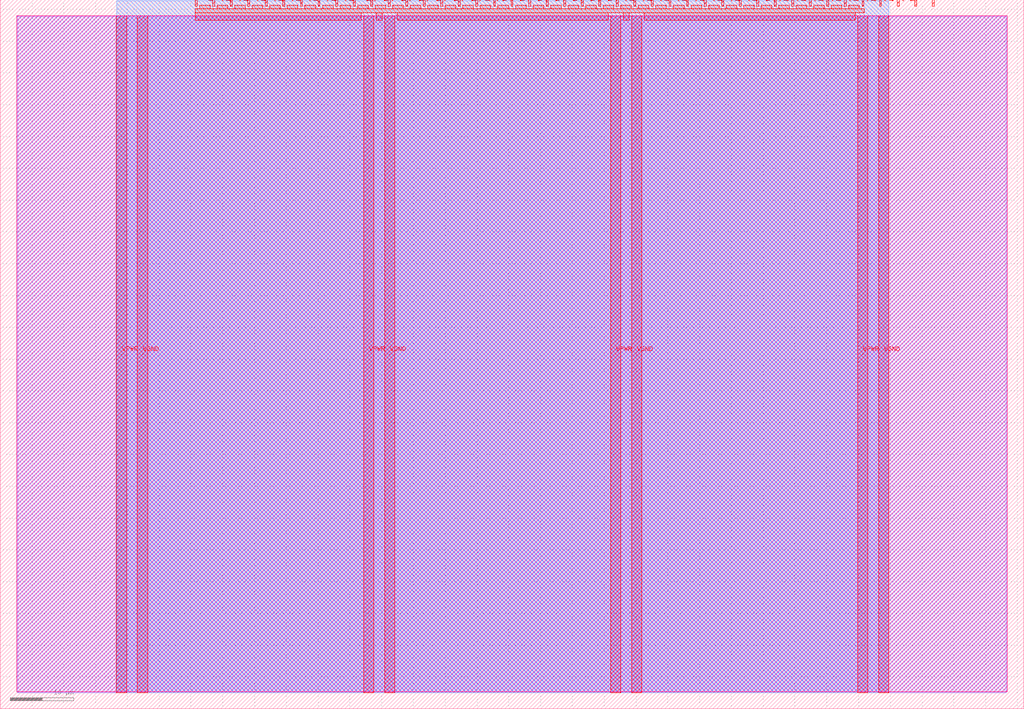
<source format=lef>
VERSION 5.7 ;
  NOWIREEXTENSIONATPIN ON ;
  DIVIDERCHAR "/" ;
  BUSBITCHARS "[]" ;
MACRO tt_um_wokwi_457142813149930497
  CLASS BLOCK ;
  FOREIGN tt_um_wokwi_457142813149930497 ;
  ORIGIN 0.000 0.000 ;
  SIZE 161.000 BY 111.520 ;
  PIN VGND
    DIRECTION INOUT ;
    USE GROUND ;
    PORT
      LAYER met4 ;
        RECT 21.580 2.480 23.180 109.040 ;
    END
    PORT
      LAYER met4 ;
        RECT 60.450 2.480 62.050 109.040 ;
    END
    PORT
      LAYER met4 ;
        RECT 99.320 2.480 100.920 109.040 ;
    END
    PORT
      LAYER met4 ;
        RECT 138.190 2.480 139.790 109.040 ;
    END
  END VGND
  PIN VPWR
    DIRECTION INOUT ;
    USE POWER ;
    PORT
      LAYER met4 ;
        RECT 18.280 2.480 19.880 109.040 ;
    END
    PORT
      LAYER met4 ;
        RECT 57.150 2.480 58.750 109.040 ;
    END
    PORT
      LAYER met4 ;
        RECT 96.020 2.480 97.620 109.040 ;
    END
    PORT
      LAYER met4 ;
        RECT 134.890 2.480 136.490 109.040 ;
    END
  END VPWR
  PIN clk
    DIRECTION INPUT ;
    USE SIGNAL ;
    PORT
      LAYER met4 ;
        RECT 143.830 110.520 144.130 111.520 ;
    END
  END clk
  PIN ena
    DIRECTION INPUT ;
    USE SIGNAL ;
    PORT
      LAYER met4 ;
        RECT 146.590 110.520 146.890 111.520 ;
    END
  END ena
  PIN rst_n
    DIRECTION INPUT ;
    USE SIGNAL ;
    PORT
      LAYER met4 ;
        RECT 141.070 110.520 141.370 111.520 ;
    END
  END rst_n
  PIN ui_in[0]
    DIRECTION INPUT ;
    USE SIGNAL ;
    PORT
      LAYER met4 ;
        RECT 138.310 110.520 138.610 111.520 ;
    END
  END ui_in[0]
  PIN ui_in[1]
    DIRECTION INPUT ;
    USE SIGNAL ;
    ANTENNAGATEAREA 0.213000 ;
    PORT
      LAYER met4 ;
        RECT 135.550 110.520 135.850 111.520 ;
    END
  END ui_in[1]
  PIN ui_in[2]
    DIRECTION INPUT ;
    USE SIGNAL ;
    ANTENNAGATEAREA 0.213000 ;
    PORT
      LAYER met4 ;
        RECT 132.790 110.520 133.090 111.520 ;
    END
  END ui_in[2]
  PIN ui_in[3]
    DIRECTION INPUT ;
    USE SIGNAL ;
    PORT
      LAYER met4 ;
        RECT 130.030 110.520 130.330 111.520 ;
    END
  END ui_in[3]
  PIN ui_in[4]
    DIRECTION INPUT ;
    USE SIGNAL ;
    ANTENNAGATEAREA 0.159000 ;
    PORT
      LAYER met4 ;
        RECT 127.270 110.520 127.570 111.520 ;
    END
  END ui_in[4]
  PIN ui_in[5]
    DIRECTION INPUT ;
    USE SIGNAL ;
    ANTENNAGATEAREA 0.159000 ;
    PORT
      LAYER met4 ;
        RECT 124.510 110.520 124.810 111.520 ;
    END
  END ui_in[5]
  PIN ui_in[6]
    DIRECTION INPUT ;
    USE SIGNAL ;
    ANTENNAGATEAREA 0.159000 ;
    PORT
      LAYER met4 ;
        RECT 121.750 110.520 122.050 111.520 ;
    END
  END ui_in[6]
  PIN ui_in[7]
    DIRECTION INPUT ;
    USE SIGNAL ;
    ANTENNAGATEAREA 0.159000 ;
    PORT
      LAYER met4 ;
        RECT 118.990 110.520 119.290 111.520 ;
    END
  END ui_in[7]
  PIN uio_in[0]
    DIRECTION INPUT ;
    USE SIGNAL ;
    PORT
      LAYER met4 ;
        RECT 116.230 110.520 116.530 111.520 ;
    END
  END uio_in[0]
  PIN uio_in[1]
    DIRECTION INPUT ;
    USE SIGNAL ;
    PORT
      LAYER met4 ;
        RECT 113.470 110.520 113.770 111.520 ;
    END
  END uio_in[1]
  PIN uio_in[2]
    DIRECTION INPUT ;
    USE SIGNAL ;
    PORT
      LAYER met4 ;
        RECT 110.710 110.520 111.010 111.520 ;
    END
  END uio_in[2]
  PIN uio_in[3]
    DIRECTION INPUT ;
    USE SIGNAL ;
    PORT
      LAYER met4 ;
        RECT 107.950 110.520 108.250 111.520 ;
    END
  END uio_in[3]
  PIN uio_in[4]
    DIRECTION INPUT ;
    USE SIGNAL ;
    PORT
      LAYER met4 ;
        RECT 105.190 110.520 105.490 111.520 ;
    END
  END uio_in[4]
  PIN uio_in[5]
    DIRECTION INPUT ;
    USE SIGNAL ;
    PORT
      LAYER met4 ;
        RECT 102.430 110.520 102.730 111.520 ;
    END
  END uio_in[5]
  PIN uio_in[6]
    DIRECTION INPUT ;
    USE SIGNAL ;
    PORT
      LAYER met4 ;
        RECT 99.670 110.520 99.970 111.520 ;
    END
  END uio_in[6]
  PIN uio_in[7]
    DIRECTION INPUT ;
    USE SIGNAL ;
    PORT
      LAYER met4 ;
        RECT 96.910 110.520 97.210 111.520 ;
    END
  END uio_in[7]
  PIN uio_oe[0]
    DIRECTION OUTPUT ;
    USE SIGNAL ;
    PORT
      LAYER met4 ;
        RECT 49.990 110.520 50.290 111.520 ;
    END
  END uio_oe[0]
  PIN uio_oe[1]
    DIRECTION OUTPUT ;
    USE SIGNAL ;
    PORT
      LAYER met4 ;
        RECT 47.230 110.520 47.530 111.520 ;
    END
  END uio_oe[1]
  PIN uio_oe[2]
    DIRECTION OUTPUT ;
    USE SIGNAL ;
    PORT
      LAYER met4 ;
        RECT 44.470 110.520 44.770 111.520 ;
    END
  END uio_oe[2]
  PIN uio_oe[3]
    DIRECTION OUTPUT ;
    USE SIGNAL ;
    PORT
      LAYER met4 ;
        RECT 41.710 110.520 42.010 111.520 ;
    END
  END uio_oe[3]
  PIN uio_oe[4]
    DIRECTION OUTPUT ;
    USE SIGNAL ;
    PORT
      LAYER met4 ;
        RECT 38.950 110.520 39.250 111.520 ;
    END
  END uio_oe[4]
  PIN uio_oe[5]
    DIRECTION OUTPUT ;
    USE SIGNAL ;
    PORT
      LAYER met4 ;
        RECT 36.190 110.520 36.490 111.520 ;
    END
  END uio_oe[5]
  PIN uio_oe[6]
    DIRECTION OUTPUT ;
    USE SIGNAL ;
    PORT
      LAYER met4 ;
        RECT 33.430 110.520 33.730 111.520 ;
    END
  END uio_oe[6]
  PIN uio_oe[7]
    DIRECTION OUTPUT ;
    USE SIGNAL ;
    PORT
      LAYER met4 ;
        RECT 30.670 110.520 30.970 111.520 ;
    END
  END uio_oe[7]
  PIN uio_out[0]
    DIRECTION OUTPUT ;
    USE SIGNAL ;
    PORT
      LAYER met4 ;
        RECT 72.070 110.520 72.370 111.520 ;
    END
  END uio_out[0]
  PIN uio_out[1]
    DIRECTION OUTPUT ;
    USE SIGNAL ;
    PORT
      LAYER met4 ;
        RECT 69.310 110.520 69.610 111.520 ;
    END
  END uio_out[1]
  PIN uio_out[2]
    DIRECTION OUTPUT ;
    USE SIGNAL ;
    PORT
      LAYER met4 ;
        RECT 66.550 110.520 66.850 111.520 ;
    END
  END uio_out[2]
  PIN uio_out[3]
    DIRECTION OUTPUT ;
    USE SIGNAL ;
    PORT
      LAYER met4 ;
        RECT 63.790 110.520 64.090 111.520 ;
    END
  END uio_out[3]
  PIN uio_out[4]
    DIRECTION OUTPUT ;
    USE SIGNAL ;
    PORT
      LAYER met4 ;
        RECT 61.030 110.520 61.330 111.520 ;
    END
  END uio_out[4]
  PIN uio_out[5]
    DIRECTION OUTPUT ;
    USE SIGNAL ;
    PORT
      LAYER met4 ;
        RECT 58.270 110.520 58.570 111.520 ;
    END
  END uio_out[5]
  PIN uio_out[6]
    DIRECTION OUTPUT ;
    USE SIGNAL ;
    PORT
      LAYER met4 ;
        RECT 55.510 110.520 55.810 111.520 ;
    END
  END uio_out[6]
  PIN uio_out[7]
    DIRECTION OUTPUT ;
    USE SIGNAL ;
    PORT
      LAYER met4 ;
        RECT 52.750 110.520 53.050 111.520 ;
    END
  END uio_out[7]
  PIN uo_out[0]
    DIRECTION OUTPUT ;
    USE SIGNAL ;
    ANTENNADIFFAREA 0.445500 ;
    PORT
      LAYER met4 ;
        RECT 94.150 110.520 94.450 111.520 ;
    END
  END uo_out[0]
  PIN uo_out[1]
    DIRECTION OUTPUT ;
    USE SIGNAL ;
    PORT
      LAYER met4 ;
        RECT 91.390 110.520 91.690 111.520 ;
    END
  END uo_out[1]
  PIN uo_out[2]
    DIRECTION OUTPUT ;
    USE SIGNAL ;
    PORT
      LAYER met4 ;
        RECT 88.630 110.520 88.930 111.520 ;
    END
  END uo_out[2]
  PIN uo_out[3]
    DIRECTION OUTPUT ;
    USE SIGNAL ;
    PORT
      LAYER met4 ;
        RECT 85.870 110.520 86.170 111.520 ;
    END
  END uo_out[3]
  PIN uo_out[4]
    DIRECTION OUTPUT ;
    USE SIGNAL ;
    ANTENNADIFFAREA 0.445500 ;
    PORT
      LAYER met4 ;
        RECT 83.110 110.520 83.410 111.520 ;
    END
  END uo_out[4]
  PIN uo_out[5]
    DIRECTION OUTPUT ;
    USE SIGNAL ;
    ANTENNADIFFAREA 0.445500 ;
    PORT
      LAYER met4 ;
        RECT 80.350 110.520 80.650 111.520 ;
    END
  END uo_out[5]
  PIN uo_out[6]
    DIRECTION OUTPUT ;
    USE SIGNAL ;
    ANTENNADIFFAREA 0.445500 ;
    PORT
      LAYER met4 ;
        RECT 77.590 110.520 77.890 111.520 ;
    END
  END uo_out[6]
  PIN uo_out[7]
    DIRECTION OUTPUT ;
    USE SIGNAL ;
    ANTENNADIFFAREA 0.445500 ;
    PORT
      LAYER met4 ;
        RECT 74.830 110.520 75.130 111.520 ;
    END
  END uo_out[7]
  OBS
      LAYER nwell ;
        RECT 2.570 2.635 158.430 108.990 ;
      LAYER li1 ;
        RECT 2.760 2.635 158.240 108.885 ;
      LAYER met1 ;
        RECT 2.760 2.480 158.240 109.040 ;
      LAYER met2 ;
        RECT 18.310 2.535 139.760 111.365 ;
      LAYER met3 ;
        RECT 18.290 2.555 139.780 111.345 ;
      LAYER met4 ;
        RECT 31.370 110.120 33.030 110.665 ;
        RECT 34.130 110.120 35.790 110.665 ;
        RECT 36.890 110.120 38.550 110.665 ;
        RECT 39.650 110.120 41.310 110.665 ;
        RECT 42.410 110.120 44.070 110.665 ;
        RECT 45.170 110.120 46.830 110.665 ;
        RECT 47.930 110.120 49.590 110.665 ;
        RECT 50.690 110.120 52.350 110.665 ;
        RECT 53.450 110.120 55.110 110.665 ;
        RECT 56.210 110.120 57.870 110.665 ;
        RECT 58.970 110.120 60.630 110.665 ;
        RECT 61.730 110.120 63.390 110.665 ;
        RECT 64.490 110.120 66.150 110.665 ;
        RECT 67.250 110.120 68.910 110.665 ;
        RECT 70.010 110.120 71.670 110.665 ;
        RECT 72.770 110.120 74.430 110.665 ;
        RECT 75.530 110.120 77.190 110.665 ;
        RECT 78.290 110.120 79.950 110.665 ;
        RECT 81.050 110.120 82.710 110.665 ;
        RECT 83.810 110.120 85.470 110.665 ;
        RECT 86.570 110.120 88.230 110.665 ;
        RECT 89.330 110.120 90.990 110.665 ;
        RECT 92.090 110.120 93.750 110.665 ;
        RECT 94.850 110.120 96.510 110.665 ;
        RECT 97.610 110.120 99.270 110.665 ;
        RECT 100.370 110.120 102.030 110.665 ;
        RECT 103.130 110.120 104.790 110.665 ;
        RECT 105.890 110.120 107.550 110.665 ;
        RECT 108.650 110.120 110.310 110.665 ;
        RECT 111.410 110.120 113.070 110.665 ;
        RECT 114.170 110.120 115.830 110.665 ;
        RECT 116.930 110.120 118.590 110.665 ;
        RECT 119.690 110.120 121.350 110.665 ;
        RECT 122.450 110.120 124.110 110.665 ;
        RECT 125.210 110.120 126.870 110.665 ;
        RECT 127.970 110.120 129.630 110.665 ;
        RECT 130.730 110.120 132.390 110.665 ;
        RECT 133.490 110.120 135.150 110.665 ;
        RECT 30.655 109.440 135.865 110.120 ;
        RECT 30.655 108.295 56.750 109.440 ;
        RECT 59.150 108.295 60.050 109.440 ;
        RECT 62.450 108.295 95.620 109.440 ;
        RECT 98.020 108.295 98.920 109.440 ;
        RECT 101.320 108.295 134.490 109.440 ;
  END
END tt_um_wokwi_457142813149930497
END LIBRARY


</source>
